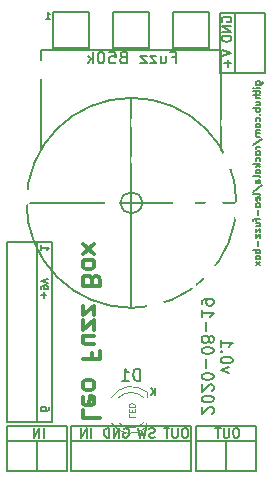
<source format=gbr>
%TF.GenerationSoftware,KiCad,Pcbnew,(5.99.0-2858-ga3fc028c9)*%
%TF.CreationDate,2020-08-19T12:09:39+03:00*%
%TF.ProjectId,leo-fuzz-box,6c656f2d-6675-47a7-9a2d-626f782e6b69,rev?*%
%TF.SameCoordinates,Original*%
%TF.FileFunction,Legend,Bot*%
%TF.FilePolarity,Positive*%
%FSLAX46Y46*%
G04 Gerber Fmt 4.6, Leading zero omitted, Abs format (unit mm)*
G04 Created by KiCad (PCBNEW (5.99.0-2858-ga3fc028c9)) date 2020-08-19 12:09:39*
%MOMM*%
%LPD*%
G01*
G04 APERTURE LIST*
%ADD10C,0.127000*%
%ADD11C,0.150000*%
%ADD12C,0.300000*%
%ADD13C,0.100000*%
%ADD14C,0.120000*%
%ADD15O,2.200000X2.200000*%
%ADD16R,2.200000X2.200000*%
%ADD17C,1.600000*%
%ADD18R,1.600000X1.600000*%
%ADD19O,1.930400X1.930400*%
%ADD20R,1.930400X1.930400*%
%ADD21O,2.032000X2.032000*%
%ADD22R,2.032000X2.032000*%
%ADD23O,2.540000X2.540000*%
%ADD24R,2.540000X2.540000*%
%ADD25O,1.600000X1.600000*%
%ADD26C,1.800000*%
%ADD27R,1.800000X1.800000*%
G04 APERTURE END LIST*
D10*
X92208371Y-38549228D02*
X92551228Y-38549228D01*
X92379800Y-38549228D02*
X92379800Y-37949228D01*
X92436942Y-38034942D01*
X92494085Y-38092085D01*
X92551228Y-38120657D01*
D11*
X92483733Y-71393066D02*
X92483733Y-71526400D01*
X92450400Y-71593066D01*
X92417066Y-71626400D01*
X92317066Y-71693066D01*
X92183733Y-71726400D01*
X91917066Y-71726400D01*
X91850400Y-71693066D01*
X91817066Y-71659733D01*
X91783733Y-71593066D01*
X91783733Y-71459733D01*
X91817066Y-71393066D01*
X91850400Y-71359733D01*
X91917066Y-71326400D01*
X92083733Y-71326400D01*
X92150400Y-71359733D01*
X92183733Y-71393066D01*
X92217066Y-71459733D01*
X92217066Y-71593066D01*
X92183733Y-71659733D01*
X92150400Y-71693066D01*
X92083733Y-71726400D01*
X91783733Y-57686600D02*
X91783733Y-58086600D01*
X91783733Y-57886600D02*
X92483733Y-57886600D01*
X92383733Y-57953266D01*
X92317066Y-58019933D01*
X92283733Y-58086600D01*
X92032142Y-62112428D02*
X92032142Y-61655285D01*
X91803571Y-61883857D02*
X92260714Y-61883857D01*
X91803571Y-61341000D02*
X91803571Y-61226714D01*
X91832142Y-61169571D01*
X91860714Y-61141000D01*
X91946428Y-61083857D01*
X92060714Y-61055285D01*
X92289285Y-61055285D01*
X92346428Y-61083857D01*
X92375000Y-61112428D01*
X92403571Y-61169571D01*
X92403571Y-61283857D01*
X92375000Y-61341000D01*
X92346428Y-61369571D01*
X92289285Y-61398142D01*
X92146428Y-61398142D01*
X92089285Y-61369571D01*
X92060714Y-61341000D01*
X92032142Y-61283857D01*
X92032142Y-61169571D01*
X92060714Y-61112428D01*
X92089285Y-61083857D01*
X92146428Y-61055285D01*
X92403571Y-60883857D02*
X91803571Y-60683857D01*
X92403571Y-60483857D01*
D10*
X109980428Y-44062000D02*
X110466142Y-44062000D01*
X110523285Y-44033428D01*
X110551857Y-44004857D01*
X110580428Y-43947714D01*
X110580428Y-43862000D01*
X110551857Y-43804857D01*
X110351857Y-44062000D02*
X110380428Y-44004857D01*
X110380428Y-43890571D01*
X110351857Y-43833428D01*
X110323285Y-43804857D01*
X110266142Y-43776285D01*
X110094714Y-43776285D01*
X110037571Y-43804857D01*
X110009000Y-43833428D01*
X109980428Y-43890571D01*
X109980428Y-44004857D01*
X110009000Y-44062000D01*
X110380428Y-44347714D02*
X109980428Y-44347714D01*
X109780428Y-44347714D02*
X109809000Y-44319142D01*
X109837571Y-44347714D01*
X109809000Y-44376285D01*
X109780428Y-44347714D01*
X109837571Y-44347714D01*
X109980428Y-44547714D02*
X109980428Y-44776285D01*
X109780428Y-44633428D02*
X110294714Y-44633428D01*
X110351857Y-44662000D01*
X110380428Y-44719142D01*
X110380428Y-44776285D01*
X110380428Y-44976285D02*
X109780428Y-44976285D01*
X110380428Y-45233428D02*
X110066142Y-45233428D01*
X110009000Y-45204857D01*
X109980428Y-45147714D01*
X109980428Y-45062000D01*
X110009000Y-45004857D01*
X110037571Y-44976285D01*
X109980428Y-45776285D02*
X110380428Y-45776285D01*
X109980428Y-45519142D02*
X110294714Y-45519142D01*
X110351857Y-45547714D01*
X110380428Y-45604857D01*
X110380428Y-45690571D01*
X110351857Y-45747714D01*
X110323285Y-45776285D01*
X110380428Y-46062000D02*
X109780428Y-46062000D01*
X110009000Y-46062000D02*
X109980428Y-46119142D01*
X109980428Y-46233428D01*
X110009000Y-46290571D01*
X110037571Y-46319142D01*
X110094714Y-46347714D01*
X110266142Y-46347714D01*
X110323285Y-46319142D01*
X110351857Y-46290571D01*
X110380428Y-46233428D01*
X110380428Y-46119142D01*
X110351857Y-46062000D01*
X110323285Y-46604857D02*
X110351857Y-46633428D01*
X110380428Y-46604857D01*
X110351857Y-46576285D01*
X110323285Y-46604857D01*
X110380428Y-46604857D01*
X110351857Y-47147714D02*
X110380428Y-47090571D01*
X110380428Y-46976285D01*
X110351857Y-46919142D01*
X110323285Y-46890571D01*
X110266142Y-46862000D01*
X110094714Y-46862000D01*
X110037571Y-46890571D01*
X110009000Y-46919142D01*
X109980428Y-46976285D01*
X109980428Y-47090571D01*
X110009000Y-47147714D01*
X110380428Y-47490571D02*
X110351857Y-47433428D01*
X110323285Y-47404857D01*
X110266142Y-47376285D01*
X110094714Y-47376285D01*
X110037571Y-47404857D01*
X110009000Y-47433428D01*
X109980428Y-47490571D01*
X109980428Y-47576285D01*
X110009000Y-47633428D01*
X110037571Y-47662000D01*
X110094714Y-47690571D01*
X110266142Y-47690571D01*
X110323285Y-47662000D01*
X110351857Y-47633428D01*
X110380428Y-47576285D01*
X110380428Y-47490571D01*
X110380428Y-47947714D02*
X109980428Y-47947714D01*
X110037571Y-47947714D02*
X110009000Y-47976285D01*
X109980428Y-48033428D01*
X109980428Y-48119142D01*
X110009000Y-48176285D01*
X110066142Y-48204857D01*
X110380428Y-48204857D01*
X110066142Y-48204857D02*
X110009000Y-48233428D01*
X109980428Y-48290571D01*
X109980428Y-48376285D01*
X110009000Y-48433428D01*
X110066142Y-48462000D01*
X110380428Y-48462000D01*
X109751857Y-49176285D02*
X110523285Y-48662000D01*
X110380428Y-49376285D02*
X109980428Y-49376285D01*
X110094714Y-49376285D02*
X110037571Y-49404857D01*
X110009000Y-49433428D01*
X109980428Y-49490571D01*
X109980428Y-49547714D01*
X110380428Y-49833428D02*
X110351857Y-49776285D01*
X110323285Y-49747714D01*
X110266142Y-49719142D01*
X110094714Y-49719142D01*
X110037571Y-49747714D01*
X110009000Y-49776285D01*
X109980428Y-49833428D01*
X109980428Y-49919142D01*
X110009000Y-49976285D01*
X110037571Y-50004857D01*
X110094714Y-50033428D01*
X110266142Y-50033428D01*
X110323285Y-50004857D01*
X110351857Y-49976285D01*
X110380428Y-49919142D01*
X110380428Y-49833428D01*
X110351857Y-50547714D02*
X110380428Y-50490571D01*
X110380428Y-50376285D01*
X110351857Y-50319142D01*
X110323285Y-50290571D01*
X110266142Y-50262000D01*
X110094714Y-50262000D01*
X110037571Y-50290571D01*
X110009000Y-50319142D01*
X109980428Y-50376285D01*
X109980428Y-50490571D01*
X110009000Y-50547714D01*
X110380428Y-50804857D02*
X109780428Y-50804857D01*
X110151857Y-50862000D02*
X110380428Y-51033428D01*
X109980428Y-51033428D02*
X110209000Y-50804857D01*
X110380428Y-51376285D02*
X110351857Y-51319142D01*
X110323285Y-51290571D01*
X110266142Y-51262000D01*
X110094714Y-51262000D01*
X110037571Y-51290571D01*
X110009000Y-51319142D01*
X109980428Y-51376285D01*
X109980428Y-51462000D01*
X110009000Y-51519142D01*
X110037571Y-51547714D01*
X110094714Y-51576285D01*
X110266142Y-51576285D01*
X110323285Y-51547714D01*
X110351857Y-51519142D01*
X110380428Y-51462000D01*
X110380428Y-51376285D01*
X110380428Y-51919142D02*
X110351857Y-51862000D01*
X110294714Y-51833428D01*
X109780428Y-51833428D01*
X110380428Y-52404857D02*
X110066142Y-52404857D01*
X110009000Y-52376285D01*
X109980428Y-52319142D01*
X109980428Y-52204857D01*
X110009000Y-52147714D01*
X110351857Y-52404857D02*
X110380428Y-52347714D01*
X110380428Y-52204857D01*
X110351857Y-52147714D01*
X110294714Y-52119142D01*
X110237571Y-52119142D01*
X110180428Y-52147714D01*
X110151857Y-52204857D01*
X110151857Y-52347714D01*
X110123285Y-52404857D01*
X109751857Y-53119142D02*
X110523285Y-52604857D01*
X110380428Y-53404857D02*
X110351857Y-53347714D01*
X110294714Y-53319142D01*
X109780428Y-53319142D01*
X110351857Y-53862000D02*
X110380428Y-53804857D01*
X110380428Y-53690571D01*
X110351857Y-53633428D01*
X110294714Y-53604857D01*
X110066142Y-53604857D01*
X110009000Y-53633428D01*
X109980428Y-53690571D01*
X109980428Y-53804857D01*
X110009000Y-53862000D01*
X110066142Y-53890571D01*
X110123285Y-53890571D01*
X110180428Y-53604857D01*
X110380428Y-54233428D02*
X110351857Y-54176285D01*
X110323285Y-54147714D01*
X110266142Y-54119142D01*
X110094714Y-54119142D01*
X110037571Y-54147714D01*
X110009000Y-54176285D01*
X109980428Y-54233428D01*
X109980428Y-54319142D01*
X110009000Y-54376285D01*
X110037571Y-54404857D01*
X110094714Y-54433428D01*
X110266142Y-54433428D01*
X110323285Y-54404857D01*
X110351857Y-54376285D01*
X110380428Y-54319142D01*
X110380428Y-54233428D01*
X110151857Y-54690571D02*
X110151857Y-55147714D01*
X109980428Y-55347714D02*
X109980428Y-55576285D01*
X110380428Y-55433428D02*
X109866142Y-55433428D01*
X109809000Y-55462000D01*
X109780428Y-55519142D01*
X109780428Y-55576285D01*
X109980428Y-56033428D02*
X110380428Y-56033428D01*
X109980428Y-55776285D02*
X110294714Y-55776285D01*
X110351857Y-55804857D01*
X110380428Y-55862000D01*
X110380428Y-55947714D01*
X110351857Y-56004857D01*
X110323285Y-56033428D01*
X109980428Y-56262000D02*
X109980428Y-56576285D01*
X110380428Y-56262000D01*
X110380428Y-56576285D01*
X109980428Y-56747714D02*
X109980428Y-57062000D01*
X110380428Y-56747714D01*
X110380428Y-57062000D01*
X110151857Y-57290571D02*
X110151857Y-57747714D01*
X110380428Y-58033428D02*
X109780428Y-58033428D01*
X110009000Y-58033428D02*
X109980428Y-58090571D01*
X109980428Y-58204857D01*
X110009000Y-58262000D01*
X110037571Y-58290571D01*
X110094714Y-58319142D01*
X110266142Y-58319142D01*
X110323285Y-58290571D01*
X110351857Y-58262000D01*
X110380428Y-58204857D01*
X110380428Y-58090571D01*
X110351857Y-58033428D01*
X110380428Y-58662000D02*
X110351857Y-58604857D01*
X110323285Y-58576285D01*
X110266142Y-58547714D01*
X110094714Y-58547714D01*
X110037571Y-58576285D01*
X110009000Y-58604857D01*
X109980428Y-58662000D01*
X109980428Y-58747714D01*
X110009000Y-58804857D01*
X110037571Y-58833428D01*
X110094714Y-58862000D01*
X110266142Y-58862000D01*
X110323285Y-58833428D01*
X110351857Y-58804857D01*
X110380428Y-58747714D01*
X110380428Y-58662000D01*
X110380428Y-59062000D02*
X109980428Y-59376285D01*
X109980428Y-59062000D02*
X110380428Y-59376285D01*
X107699285Y-68484571D02*
X107032619Y-68246476D01*
X107699285Y-68008380D01*
X108032619Y-67436952D02*
X108032619Y-67341714D01*
X107985000Y-67246476D01*
X107937380Y-67198857D01*
X107842142Y-67151238D01*
X107651666Y-67103619D01*
X107413571Y-67103619D01*
X107223095Y-67151238D01*
X107127857Y-67198857D01*
X107080238Y-67246476D01*
X107032619Y-67341714D01*
X107032619Y-67436952D01*
X107080238Y-67532190D01*
X107127857Y-67579809D01*
X107223095Y-67627428D01*
X107413571Y-67675047D01*
X107651666Y-67675047D01*
X107842142Y-67627428D01*
X107937380Y-67579809D01*
X107985000Y-67532190D01*
X108032619Y-67436952D01*
X107127857Y-66675047D02*
X107080238Y-66627428D01*
X107032619Y-66675047D01*
X107080238Y-66722666D01*
X107127857Y-66675047D01*
X107032619Y-66675047D01*
X107032619Y-65675047D02*
X107032619Y-66246476D01*
X107032619Y-65960761D02*
X108032619Y-65960761D01*
X107889761Y-66056000D01*
X107794523Y-66151238D01*
X107746904Y-66246476D01*
X106327380Y-71913142D02*
X106375000Y-71865523D01*
X106422619Y-71770285D01*
X106422619Y-71532190D01*
X106375000Y-71436952D01*
X106327380Y-71389333D01*
X106232142Y-71341714D01*
X106136904Y-71341714D01*
X105994047Y-71389333D01*
X105422619Y-71960761D01*
X105422619Y-71341714D01*
X106422619Y-70722666D02*
X106422619Y-70627428D01*
X106375000Y-70532190D01*
X106327380Y-70484571D01*
X106232142Y-70436952D01*
X106041666Y-70389333D01*
X105803571Y-70389333D01*
X105613095Y-70436952D01*
X105517857Y-70484571D01*
X105470238Y-70532190D01*
X105422619Y-70627428D01*
X105422619Y-70722666D01*
X105470238Y-70817904D01*
X105517857Y-70865523D01*
X105613095Y-70913142D01*
X105803571Y-70960761D01*
X106041666Y-70960761D01*
X106232142Y-70913142D01*
X106327380Y-70865523D01*
X106375000Y-70817904D01*
X106422619Y-70722666D01*
X106327380Y-70008380D02*
X106375000Y-69960761D01*
X106422619Y-69865523D01*
X106422619Y-69627428D01*
X106375000Y-69532190D01*
X106327380Y-69484571D01*
X106232142Y-69436952D01*
X106136904Y-69436952D01*
X105994047Y-69484571D01*
X105422619Y-70056000D01*
X105422619Y-69436952D01*
X106422619Y-68817904D02*
X106422619Y-68722666D01*
X106375000Y-68627428D01*
X106327380Y-68579809D01*
X106232142Y-68532190D01*
X106041666Y-68484571D01*
X105803571Y-68484571D01*
X105613095Y-68532190D01*
X105517857Y-68579809D01*
X105470238Y-68627428D01*
X105422619Y-68722666D01*
X105422619Y-68817904D01*
X105470238Y-68913142D01*
X105517857Y-68960761D01*
X105613095Y-69008380D01*
X105803571Y-69056000D01*
X106041666Y-69056000D01*
X106232142Y-69008380D01*
X106327380Y-68960761D01*
X106375000Y-68913142D01*
X106422619Y-68817904D01*
X105803571Y-68056000D02*
X105803571Y-67294095D01*
X106422619Y-66627428D02*
X106422619Y-66532190D01*
X106375000Y-66436952D01*
X106327380Y-66389333D01*
X106232142Y-66341714D01*
X106041666Y-66294095D01*
X105803571Y-66294095D01*
X105613095Y-66341714D01*
X105517857Y-66389333D01*
X105470238Y-66436952D01*
X105422619Y-66532190D01*
X105422619Y-66627428D01*
X105470238Y-66722666D01*
X105517857Y-66770285D01*
X105613095Y-66817904D01*
X105803571Y-66865523D01*
X106041666Y-66865523D01*
X106232142Y-66817904D01*
X106327380Y-66770285D01*
X106375000Y-66722666D01*
X106422619Y-66627428D01*
X105994047Y-65722666D02*
X106041666Y-65817904D01*
X106089285Y-65865523D01*
X106184523Y-65913142D01*
X106232142Y-65913142D01*
X106327380Y-65865523D01*
X106375000Y-65817904D01*
X106422619Y-65722666D01*
X106422619Y-65532190D01*
X106375000Y-65436952D01*
X106327380Y-65389333D01*
X106232142Y-65341714D01*
X106184523Y-65341714D01*
X106089285Y-65389333D01*
X106041666Y-65436952D01*
X105994047Y-65532190D01*
X105994047Y-65722666D01*
X105946428Y-65817904D01*
X105898809Y-65865523D01*
X105803571Y-65913142D01*
X105613095Y-65913142D01*
X105517857Y-65865523D01*
X105470238Y-65817904D01*
X105422619Y-65722666D01*
X105422619Y-65532190D01*
X105470238Y-65436952D01*
X105517857Y-65389333D01*
X105613095Y-65341714D01*
X105803571Y-65341714D01*
X105898809Y-65389333D01*
X105946428Y-65436952D01*
X105994047Y-65532190D01*
X105803571Y-64913142D02*
X105803571Y-64151238D01*
X105422619Y-63151238D02*
X105422619Y-63722666D01*
X105422619Y-63436952D02*
X106422619Y-63436952D01*
X106279761Y-63532190D01*
X106184523Y-63627428D01*
X106136904Y-63722666D01*
X105422619Y-62675047D02*
X105422619Y-62484571D01*
X105470238Y-62389333D01*
X105517857Y-62341714D01*
X105660714Y-62246476D01*
X105851190Y-62198857D01*
X106232142Y-62198857D01*
X106327380Y-62246476D01*
X106375000Y-62294095D01*
X106422619Y-62389333D01*
X106422619Y-62579809D01*
X106375000Y-62675047D01*
X106327380Y-62722666D01*
X106232142Y-62770285D01*
X105994047Y-62770285D01*
X105898809Y-62722666D01*
X105851190Y-62675047D01*
X105803571Y-62579809D01*
X105803571Y-62389333D01*
X105851190Y-62294095D01*
X105898809Y-62246476D01*
X105994047Y-62198857D01*
D12*
X95333428Y-71595428D02*
X95333428Y-72309714D01*
X96833428Y-72309714D01*
X95404857Y-70524000D02*
X95333428Y-70666857D01*
X95333428Y-70952571D01*
X95404857Y-71095428D01*
X95547714Y-71166857D01*
X96119142Y-71166857D01*
X96262000Y-71095428D01*
X96333428Y-70952571D01*
X96333428Y-70666857D01*
X96262000Y-70524000D01*
X96119142Y-70452571D01*
X95976285Y-70452571D01*
X95833428Y-71166857D01*
X95333428Y-69595428D02*
X95404857Y-69738285D01*
X95476285Y-69809714D01*
X95619142Y-69881142D01*
X96047714Y-69881142D01*
X96190571Y-69809714D01*
X96262000Y-69738285D01*
X96333428Y-69595428D01*
X96333428Y-69381142D01*
X96262000Y-69238285D01*
X96190571Y-69166857D01*
X96047714Y-69095428D01*
X95619142Y-69095428D01*
X95476285Y-69166857D01*
X95404857Y-69238285D01*
X95333428Y-69381142D01*
X95333428Y-69595428D01*
X96119142Y-66809714D02*
X96119142Y-67309714D01*
X95333428Y-67309714D02*
X96833428Y-67309714D01*
X96833428Y-66595428D01*
X96333428Y-65381142D02*
X95333428Y-65381142D01*
X96333428Y-66024000D02*
X95547714Y-66024000D01*
X95404857Y-65952571D01*
X95333428Y-65809714D01*
X95333428Y-65595428D01*
X95404857Y-65452571D01*
X95476285Y-65381142D01*
X96333428Y-64809714D02*
X96333428Y-64024000D01*
X95333428Y-64809714D01*
X95333428Y-64024000D01*
X96333428Y-63595428D02*
X96333428Y-62809714D01*
X95333428Y-63595428D01*
X95333428Y-62809714D01*
X96119142Y-60595428D02*
X96047714Y-60381142D01*
X95976285Y-60309714D01*
X95833428Y-60238285D01*
X95619142Y-60238285D01*
X95476285Y-60309714D01*
X95404857Y-60381142D01*
X95333428Y-60524000D01*
X95333428Y-61095428D01*
X96833428Y-61095428D01*
X96833428Y-60595428D01*
X96762000Y-60452571D01*
X96690571Y-60381142D01*
X96547714Y-60309714D01*
X96404857Y-60309714D01*
X96262000Y-60381142D01*
X96190571Y-60452571D01*
X96119142Y-60595428D01*
X96119142Y-61095428D01*
X95333428Y-59381142D02*
X95404857Y-59524000D01*
X95476285Y-59595428D01*
X95619142Y-59666857D01*
X96047714Y-59666857D01*
X96190571Y-59595428D01*
X96262000Y-59524000D01*
X96333428Y-59381142D01*
X96333428Y-59166857D01*
X96262000Y-59024000D01*
X96190571Y-58952571D01*
X96047714Y-58881142D01*
X95619142Y-58881142D01*
X95476285Y-58952571D01*
X95404857Y-59024000D01*
X95333428Y-59166857D01*
X95333428Y-59381142D01*
X95333428Y-58381142D02*
X96333428Y-57595428D01*
X96333428Y-58381142D02*
X95333428Y-57595428D01*
D11*
%TO.C,RV6*%
X102887042Y-41749671D02*
X103220376Y-41749671D01*
X103220376Y-42273480D02*
X103220376Y-41273480D01*
X102744185Y-41273480D01*
X101934661Y-41606814D02*
X101934661Y-42273480D01*
X102363233Y-41606814D02*
X102363233Y-42130623D01*
X102315614Y-42225861D01*
X102220376Y-42273480D01*
X102077519Y-42273480D01*
X101982280Y-42225861D01*
X101934661Y-42178242D01*
X101553709Y-41606814D02*
X101029900Y-41606814D01*
X101553709Y-42273480D01*
X101029900Y-42273480D01*
X100744185Y-41606814D02*
X100220376Y-41606814D01*
X100744185Y-42273480D01*
X100220376Y-42273480D01*
X98744185Y-41749671D02*
X98601328Y-41797290D01*
X98553709Y-41844909D01*
X98506090Y-41940147D01*
X98506090Y-42083004D01*
X98553709Y-42178242D01*
X98601328Y-42225861D01*
X98696566Y-42273480D01*
X99077519Y-42273480D01*
X99077519Y-41273480D01*
X98744185Y-41273480D01*
X98648947Y-41321100D01*
X98601328Y-41368719D01*
X98553709Y-41463957D01*
X98553709Y-41559195D01*
X98601328Y-41654433D01*
X98648947Y-41702052D01*
X98744185Y-41749671D01*
X99077519Y-41749671D01*
X97601328Y-41273480D02*
X98077519Y-41273480D01*
X98125138Y-41749671D01*
X98077519Y-41702052D01*
X97982280Y-41654433D01*
X97744185Y-41654433D01*
X97648947Y-41702052D01*
X97601328Y-41749671D01*
X97553709Y-41844909D01*
X97553709Y-42083004D01*
X97601328Y-42178242D01*
X97648947Y-42225861D01*
X97744185Y-42273480D01*
X97982280Y-42273480D01*
X98077519Y-42225861D01*
X98125138Y-42178242D01*
X96934661Y-41273480D02*
X96839423Y-41273480D01*
X96744185Y-41321100D01*
X96696566Y-41368719D01*
X96648947Y-41463957D01*
X96601328Y-41654433D01*
X96601328Y-41892528D01*
X96648947Y-42083004D01*
X96696566Y-42178242D01*
X96744185Y-42225861D01*
X96839423Y-42273480D01*
X96934661Y-42273480D01*
X97029900Y-42225861D01*
X97077519Y-42178242D01*
X97125138Y-42083004D01*
X97172757Y-41892528D01*
X97172757Y-41654433D01*
X97125138Y-41463957D01*
X97077519Y-41368719D01*
X97029900Y-41321100D01*
X96934661Y-41273480D01*
X96172757Y-42273480D02*
X96172757Y-41273480D01*
X96077519Y-41892528D02*
X95791804Y-42273480D01*
X95791804Y-41606814D02*
X96172757Y-41987766D01*
%TO.C,J4*%
X107169000Y-38760476D02*
X107130904Y-38684285D01*
X107130904Y-38570000D01*
X107169000Y-38455714D01*
X107245190Y-38379523D01*
X107321380Y-38341428D01*
X107473761Y-38303333D01*
X107588047Y-38303333D01*
X107740428Y-38341428D01*
X107816619Y-38379523D01*
X107892809Y-38455714D01*
X107930904Y-38570000D01*
X107930904Y-38646190D01*
X107892809Y-38760476D01*
X107854714Y-38798571D01*
X107588047Y-38798571D01*
X107588047Y-38646190D01*
X107930904Y-39141428D02*
X107130904Y-39141428D01*
X107930904Y-39598571D01*
X107130904Y-39598571D01*
X107930904Y-39979523D02*
X107130904Y-39979523D01*
X107130904Y-40170000D01*
X107169000Y-40284285D01*
X107245190Y-40360476D01*
X107321380Y-40398571D01*
X107473761Y-40436666D01*
X107588047Y-40436666D01*
X107740428Y-40398571D01*
X107816619Y-40360476D01*
X107892809Y-40284285D01*
X107930904Y-40170000D01*
X107930904Y-39979523D01*
X107130904Y-41148095D02*
X107930904Y-41414761D01*
X107130904Y-41681428D01*
X107626142Y-41948095D02*
X107626142Y-42557619D01*
X107930904Y-42252857D02*
X107321380Y-42252857D01*
%TO.C,J3*%
X108419800Y-73145704D02*
X108267419Y-73145704D01*
X108191228Y-73183800D01*
X108115038Y-73259990D01*
X108076942Y-73412371D01*
X108076942Y-73679038D01*
X108115038Y-73831419D01*
X108191228Y-73907609D01*
X108267419Y-73945704D01*
X108419800Y-73945704D01*
X108495990Y-73907609D01*
X108572180Y-73831419D01*
X108610276Y-73679038D01*
X108610276Y-73412371D01*
X108572180Y-73259990D01*
X108495990Y-73183800D01*
X108419800Y-73145704D01*
X107734085Y-73145704D02*
X107734085Y-73793323D01*
X107695990Y-73869514D01*
X107657895Y-73907609D01*
X107581704Y-73945704D01*
X107429323Y-73945704D01*
X107353133Y-73907609D01*
X107315038Y-73869514D01*
X107276942Y-73793323D01*
X107276942Y-73145704D01*
X107010276Y-73145704D02*
X106553133Y-73145704D01*
X106781704Y-73945704D02*
X106781704Y-73145704D01*
%TO.C,J2*%
X104076400Y-73145704D02*
X103924019Y-73145704D01*
X103847828Y-73183800D01*
X103771638Y-73259990D01*
X103733542Y-73412371D01*
X103733542Y-73679038D01*
X103771638Y-73831419D01*
X103847828Y-73907609D01*
X103924019Y-73945704D01*
X104076400Y-73945704D01*
X104152590Y-73907609D01*
X104228780Y-73831419D01*
X104266876Y-73679038D01*
X104266876Y-73412371D01*
X104228780Y-73259990D01*
X104152590Y-73183800D01*
X104076400Y-73145704D01*
X103390685Y-73145704D02*
X103390685Y-73793323D01*
X103352590Y-73869514D01*
X103314495Y-73907609D01*
X103238304Y-73945704D01*
X103085923Y-73945704D01*
X103009733Y-73907609D01*
X102971638Y-73869514D01*
X102933542Y-73793323D01*
X102933542Y-73145704D01*
X102666876Y-73145704D02*
X102209733Y-73145704D01*
X102438304Y-73945704D02*
X102438304Y-73145704D01*
X101422114Y-73907609D02*
X101307828Y-73945704D01*
X101117352Y-73945704D01*
X101041161Y-73907609D01*
X101003066Y-73869514D01*
X100964971Y-73793323D01*
X100964971Y-73717133D01*
X101003066Y-73640942D01*
X101041161Y-73602847D01*
X101117352Y-73564752D01*
X101269733Y-73526657D01*
X101345923Y-73488561D01*
X101384019Y-73450466D01*
X101422114Y-73374276D01*
X101422114Y-73298085D01*
X101384019Y-73221895D01*
X101345923Y-73183800D01*
X101269733Y-73145704D01*
X101079257Y-73145704D01*
X100964971Y-73183800D01*
X100698304Y-73145704D02*
X100507828Y-73945704D01*
X100355447Y-73374276D01*
X100203066Y-73945704D01*
X100012590Y-73145704D01*
X98805923Y-73183800D02*
X98882114Y-73145704D01*
X98996400Y-73145704D01*
X99110685Y-73183800D01*
X99186876Y-73259990D01*
X99224971Y-73336180D01*
X99263066Y-73488561D01*
X99263066Y-73602847D01*
X99224971Y-73755228D01*
X99186876Y-73831419D01*
X99110685Y-73907609D01*
X98996400Y-73945704D01*
X98920209Y-73945704D01*
X98805923Y-73907609D01*
X98767828Y-73869514D01*
X98767828Y-73602847D01*
X98920209Y-73602847D01*
X98424971Y-73945704D02*
X98424971Y-73145704D01*
X97967828Y-73945704D01*
X97967828Y-73145704D01*
X97586876Y-73945704D02*
X97586876Y-73145704D01*
X97396400Y-73145704D01*
X97282114Y-73183800D01*
X97205923Y-73259990D01*
X97167828Y-73336180D01*
X97129733Y-73488561D01*
X97129733Y-73602847D01*
X97167828Y-73755228D01*
X97205923Y-73831419D01*
X97282114Y-73907609D01*
X97396400Y-73945704D01*
X97586876Y-73945704D01*
X96075447Y-73945704D02*
X96075447Y-73145704D01*
X95694495Y-73945704D02*
X95694495Y-73145704D01*
X95237352Y-73945704D01*
X95237352Y-73145704D01*
%TO.C,J1*%
X92036847Y-73945704D02*
X92036847Y-73145704D01*
X91655895Y-73945704D02*
X91655895Y-73145704D01*
X91198752Y-73945704D01*
X91198752Y-73145704D01*
%TO.C,D1*%
X100179095Y-69120380D02*
X100179095Y-68120380D01*
X99941000Y-68120380D01*
X99798142Y-68168000D01*
X99702904Y-68263238D01*
X99655285Y-68358476D01*
X99607666Y-68548952D01*
X99607666Y-68691809D01*
X99655285Y-68882285D01*
X99702904Y-68977523D01*
X99798142Y-69072761D01*
X99941000Y-69120380D01*
X100179095Y-69120380D01*
X98655285Y-69120380D02*
X99226714Y-69120380D01*
X98941000Y-69120380D02*
X98941000Y-68120380D01*
X99036238Y-68263238D01*
X99131476Y-68358476D01*
X99226714Y-68406095D01*
D10*
X101477742Y-69781771D02*
X101477742Y-70381771D01*
X101134885Y-69781771D02*
X101392028Y-70124628D01*
X101134885Y-70381771D02*
X101477742Y-70038914D01*
D13*
X99240209Y-71949428D02*
X99240209Y-72187523D01*
X99740209Y-72187523D01*
X99502114Y-71782761D02*
X99502114Y-71616095D01*
X99240209Y-71544666D02*
X99240209Y-71782761D01*
X99740209Y-71782761D01*
X99740209Y-71544666D01*
X99240209Y-71330380D02*
X99740209Y-71330380D01*
X99740209Y-71211333D01*
X99716400Y-71139904D01*
X99668780Y-71092285D01*
X99621161Y-71068476D01*
X99525923Y-71044666D01*
X99454495Y-71044666D01*
X99359257Y-71068476D01*
X99311638Y-71092285D01*
X99264019Y-71139904D01*
X99240209Y-71211333D01*
X99240209Y-71330380D01*
D10*
%TO.C,SW1*%
X92760800Y-57429400D02*
X91490800Y-57429400D01*
X92760800Y-72669400D02*
X92760800Y-57429400D01*
X91490800Y-72669400D02*
X92760800Y-72669400D01*
X88950800Y-57429400D02*
X91490800Y-57429400D01*
X88950800Y-57429400D02*
X88950800Y-72669400D01*
X91490800Y-72669400D02*
X88950800Y-72669400D01*
X91490800Y-72669400D02*
X91490800Y-57429400D01*
%TO.C,RV6*%
X92862400Y-37947600D02*
X92862400Y-40995600D01*
X95910400Y-37947600D02*
X92862400Y-37947600D01*
X95910400Y-40995600D02*
X95910400Y-37947600D01*
X97942400Y-37947600D02*
X97942400Y-40995600D01*
X100990400Y-37947600D02*
X97942400Y-37947600D01*
X100990400Y-40995600D02*
X100990400Y-37947600D01*
X103022400Y-37947600D02*
X103022400Y-40995600D01*
X106070400Y-37947600D02*
X103022400Y-37947600D01*
X106070400Y-40995600D02*
X106070400Y-37947600D01*
X95910400Y-40995600D02*
X92862400Y-40995600D01*
X100990400Y-40995600D02*
X97942400Y-40995600D01*
X106070400Y-40995600D02*
X103022400Y-40995600D01*
X107086400Y-41122600D02*
X91846400Y-41122600D01*
X108356400Y-54076600D02*
X90576400Y-54076600D01*
X99466400Y-45186600D02*
X99466400Y-62966600D01*
X91846400Y-41122600D02*
X91846400Y-49631600D01*
X107086400Y-49631600D02*
X107086400Y-41122600D01*
X108356400Y-54076600D02*
G75*
G03*
X99466400Y-45186600I-8890000J0D01*
G01*
X99466400Y-45186600D02*
G75*
G03*
X90576400Y-54076600I0J-8890000D01*
G01*
X90576400Y-54076598D02*
G75*
G03*
X99466400Y-62966600I8889901J-101D01*
G01*
X99466398Y-62966600D02*
G75*
G03*
X108356400Y-54076600I101J8889901D01*
G01*
X100364400Y-54076600D02*
G75*
G03*
X100364400Y-54076600I-898000J0D01*
G01*
%TO.C,J4*%
X108204000Y-43053000D02*
X106934000Y-43053000D01*
X108204000Y-37973000D02*
X106934000Y-37973000D01*
X106934000Y-43053000D02*
X106934000Y-37973000D01*
X110744000Y-43053000D02*
X108204000Y-43053000D01*
X110744000Y-37973000D02*
X108204000Y-37973000D01*
X110744000Y-43053000D02*
X110744000Y-37973000D01*
X108204000Y-37973000D02*
X108204000Y-43053000D01*
%TO.C,J3*%
X104952800Y-72948800D02*
X104952800Y-74218800D01*
X110032800Y-72948800D02*
X104952800Y-72948800D01*
X110032800Y-74218800D02*
X110032800Y-72948800D01*
X107492800Y-74218800D02*
X107492800Y-76758800D01*
X110032800Y-76758800D02*
X110032800Y-74218800D01*
X104952800Y-74218800D02*
X104952800Y-76758800D01*
X107492800Y-74218800D02*
X104952800Y-74218800D01*
X110032800Y-74218800D02*
X107492800Y-74218800D01*
X107492800Y-76758800D02*
X104952800Y-76758800D01*
X110032800Y-76758800D02*
X107492800Y-76758800D01*
%TO.C,J2*%
X94386400Y-74218800D02*
X94386400Y-72948800D01*
X104546400Y-74218800D02*
X104546400Y-72948800D01*
X94386400Y-72948800D02*
X104546400Y-72948800D01*
X94386400Y-76758800D02*
X94386400Y-74218800D01*
X104546400Y-76758800D02*
X104546400Y-74218800D01*
X94386400Y-76758800D02*
X104546400Y-76758800D01*
X104546400Y-74218800D02*
X94386400Y-74218800D01*
%TO.C,J1*%
X88950800Y-72948800D02*
X88950800Y-74218800D01*
X94030800Y-72948800D02*
X88950800Y-72948800D01*
X94030800Y-74218800D02*
X94030800Y-72948800D01*
X91490800Y-74218800D02*
X91490800Y-76758800D01*
X94030800Y-76758800D02*
X94030800Y-74218800D01*
X88950800Y-74218800D02*
X88950800Y-76758800D01*
X91490800Y-74218800D02*
X88950800Y-74218800D01*
X94030800Y-74218800D02*
X91490800Y-74218800D01*
X91490800Y-76758800D02*
X88950800Y-76758800D01*
X94030800Y-76758800D02*
X91490800Y-76758800D01*
D14*
%TO.C,D1*%
X97768666Y-70549393D02*
G75*
G02*
X100711000Y-70053200I1697655J-1094939D01*
G01*
X98399870Y-72707837D02*
G75*
G03*
X100481961Y-72708000I1041130J1079837D01*
G01*
X98399870Y-70548163D02*
G75*
G02*
X100481961Y-70548000I1041130J-1079837D01*
G01*
X97768666Y-72706607D02*
G75*
G03*
X100711000Y-73101200I1639431J1057386D01*
G01*
X100761800Y-70104000D02*
X100761800Y-70548000D01*
X100711000Y-72745600D02*
X100711000Y-73101200D01*
%TD*%
%LPC*%
D15*
%TO.C,D2*%
X105537000Y-44069000D03*
D16*
X95377000Y-44069000D03*
%TD*%
D17*
%TO.C,C5*%
X89956000Y-42799000D03*
D18*
X92456000Y-42799000D03*
%TD*%
D17*
%TO.C,C4*%
X95449400Y-47320200D03*
X90449400Y-47320200D03*
%TD*%
D19*
%TO.C,Q2*%
X109093000Y-60325000D03*
X106553000Y-60325000D03*
D20*
X104013000Y-60325000D03*
%TD*%
D19*
%TO.C,Q1*%
X108966000Y-54737000D03*
X106426000Y-54737000D03*
D20*
X103886000Y-54737000D03*
%TD*%
D21*
%TO.C,SW1*%
X90220800Y-71399400D03*
X90220800Y-68859400D03*
X90220800Y-66319400D03*
X90220800Y-63779400D03*
X90220800Y-61239400D03*
D22*
X90220800Y-58699400D03*
%TD*%
D23*
%TO.C,RV6*%
X104546400Y-39471600D03*
X99466400Y-39471600D03*
D24*
X94386400Y-39471600D03*
%TD*%
D25*
%TO.C,R99*%
X93954600Y-65913000D03*
D17*
X101574600Y-65913000D03*
%TD*%
D25*
%TO.C,R9*%
X101574600Y-68961000D03*
D17*
X93954600Y-68961000D03*
%TD*%
D25*
%TO.C,R8*%
X107823000Y-47345600D03*
D17*
X100203000Y-47345600D03*
%TD*%
D25*
%TO.C,R7*%
X97790000Y-50419000D03*
D17*
X90170000Y-50419000D03*
%TD*%
D25*
%TO.C,R5*%
X100203000Y-50419000D03*
D17*
X107823000Y-50419000D03*
%TD*%
D25*
%TO.C,R4*%
X97790000Y-53594000D03*
D17*
X90170000Y-53594000D03*
%TD*%
D25*
%TO.C,R3*%
X93980000Y-56642000D03*
D17*
X101600000Y-56642000D03*
%TD*%
D25*
%TO.C,R2*%
X101574600Y-59690000D03*
D17*
X93954600Y-59690000D03*
%TD*%
D25*
%TO.C,R1*%
X101574600Y-62865000D03*
D17*
X93954600Y-62865000D03*
%TD*%
D19*
%TO.C,J4*%
X109474000Y-39243000D03*
D20*
X109474000Y-41783000D03*
%TD*%
%TO.C,J3*%
X106222800Y-75488800D03*
D19*
X108762800Y-75488800D03*
%TD*%
%TO.C,J2*%
X103276400Y-75488800D03*
X100736400Y-75488800D03*
X98196400Y-75488800D03*
D20*
X95656400Y-75488800D03*
%TD*%
%TO.C,J1*%
X90220800Y-75488800D03*
D19*
X92760800Y-75488800D03*
%TD*%
D26*
%TO.C,D1*%
X98171000Y-71628000D03*
D27*
X100711000Y-71628000D03*
%TD*%
D17*
%TO.C,C3*%
X104067600Y-65278000D03*
X109067600Y-65278000D03*
%TD*%
%TO.C,C2*%
X109063800Y-68326000D03*
X104063800Y-68326000D03*
%TD*%
%TO.C,C1*%
X104056800Y-71374000D03*
X109056800Y-71374000D03*
%TD*%
M02*

</source>
